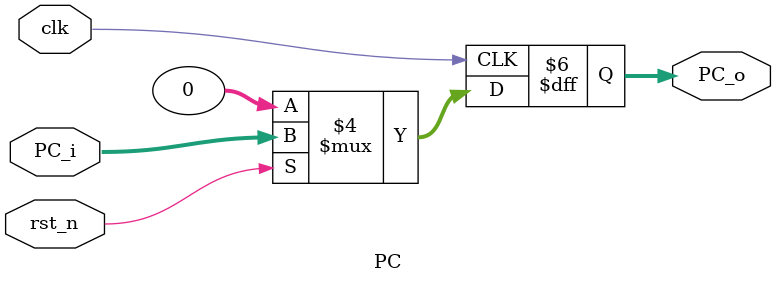
<source format=v>
module PC (
	input  	   		  clk,    // Clock
	input  	   		  rst_n,  // Synchronous reset active low
	input  	   [31:0] PC_i,
	output reg [31:0] PC_o
);

always @(posedge clk) begin
	if(~rst_n) begin
		PC_o <= 32'b0;
	end else begin
		PC_o <= PC_i;
	end
end

endmodule
</source>
